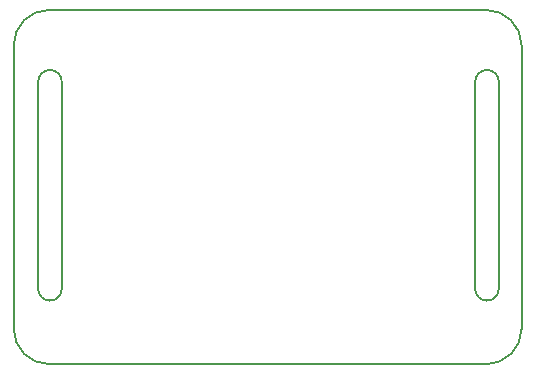
<source format=gbr>
%TF.GenerationSoftware,KiCad,Pcbnew,6.0.2-378541a8eb~116~ubuntu20.04.1*%
%TF.CreationDate,2022-03-15T11:55:06+02:00*%
%TF.ProjectId,ActionPCB,41637469-6f6e-4504-9342-2e6b69636164,rev?*%
%TF.SameCoordinates,Original*%
%TF.FileFunction,Profile,NP*%
%FSLAX46Y46*%
G04 Gerber Fmt 4.6, Leading zero omitted, Abs format (unit mm)*
G04 Created by KiCad (PCBNEW 6.0.2-378541a8eb~116~ubuntu20.04.1) date 2022-03-15 11:55:06*
%MOMM*%
%LPD*%
G01*
G04 APERTURE LIST*
%TA.AperFunction,Profile*%
%ADD10C,0.150000*%
%TD*%
%TA.AperFunction,Profile*%
%ADD11C,0.200000*%
%TD*%
G04 APERTURE END LIST*
D10*
X104510000Y-63920000D02*
X141510000Y-63920000D01*
D11*
X105584680Y-40017000D02*
G75*
G03*
X103584680Y-40017000I-1000000J17455D01*
G01*
X103584680Y-57517000D02*
G75*
G03*
X105584680Y-57517000I1000000J-17455D01*
G01*
D10*
X104510000Y-33920000D02*
X141510000Y-33920000D01*
D11*
X103584680Y-57517000D02*
X103584680Y-40017000D01*
D10*
X144510000Y-36920000D02*
G75*
G03*
X141510000Y-33920000I-3000001J-1D01*
G01*
D11*
X105584680Y-57517000D02*
X105584680Y-40017000D01*
X140584680Y-57517000D02*
X140584680Y-40017000D01*
D10*
X101510000Y-60920000D02*
G75*
G03*
X104510000Y-63920000I3000001J1D01*
G01*
X101510000Y-60920000D02*
X101510000Y-36920000D01*
D11*
X142584680Y-40017000D02*
G75*
G03*
X140584680Y-40017000I-1000000J17455D01*
G01*
D10*
X141510000Y-63920000D02*
G75*
G03*
X144510000Y-60920000I-1J3000001D01*
G01*
X144510000Y-36920000D02*
X144510000Y-60920000D01*
X104510000Y-33920000D02*
G75*
G03*
X101510000Y-36920000I1J-3000001D01*
G01*
D11*
X140584680Y-57517000D02*
G75*
G03*
X142584680Y-57517000I1000000J-17455D01*
G01*
X142584680Y-57517000D02*
X142584680Y-40017000D01*
M02*

</source>
